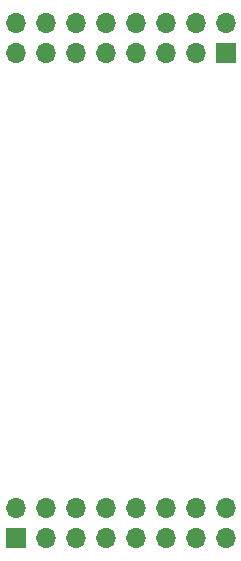
<source format=gbs>
%TF.GenerationSoftware,KiCad,Pcbnew,(5.1.9)-1*%
%TF.CreationDate,2021-06-12T20:27:07+01:00*%
%TF.ProjectId,ModulePullUpDown,4d6f6475-6c65-4507-956c-6c5570446f77,rev?*%
%TF.SameCoordinates,Original*%
%TF.FileFunction,Soldermask,Bot*%
%TF.FilePolarity,Negative*%
%FSLAX46Y46*%
G04 Gerber Fmt 4.6, Leading zero omitted, Abs format (unit mm)*
G04 Created by KiCad (PCBNEW (5.1.9)-1) date 2021-06-12 20:27:07*
%MOMM*%
%LPD*%
G01*
G04 APERTURE LIST*
%ADD10R,1.700000X1.700000*%
%ADD11O,1.700000X1.700000*%
G04 APERTURE END LIST*
D10*
%TO.C,J1*%
X26110000Y-67770000D03*
D11*
X26110000Y-65230000D03*
X28650000Y-67770000D03*
X28650000Y-65230000D03*
X31190000Y-67770000D03*
X31190000Y-65230000D03*
X33730000Y-67770000D03*
X33730000Y-65230000D03*
X36270000Y-67770000D03*
X36270000Y-65230000D03*
X38810000Y-67770000D03*
X38810000Y-65230000D03*
X41350000Y-67770000D03*
X41350000Y-65230000D03*
X43890000Y-67770000D03*
X43890000Y-65230000D03*
%TD*%
D10*
%TO.C,J2*%
X43890000Y-26770000D03*
D11*
X43890000Y-24230000D03*
X41350000Y-26770000D03*
X41350000Y-24230000D03*
X38810000Y-26770000D03*
X38810000Y-24230000D03*
X36270000Y-26770000D03*
X36270000Y-24230000D03*
X33730000Y-26770000D03*
X33730000Y-24230000D03*
X31190000Y-26770000D03*
X31190000Y-24230000D03*
X28650000Y-26770000D03*
X28650000Y-24230000D03*
X26110000Y-26770000D03*
X26110000Y-24230000D03*
%TD*%
M02*

</source>
